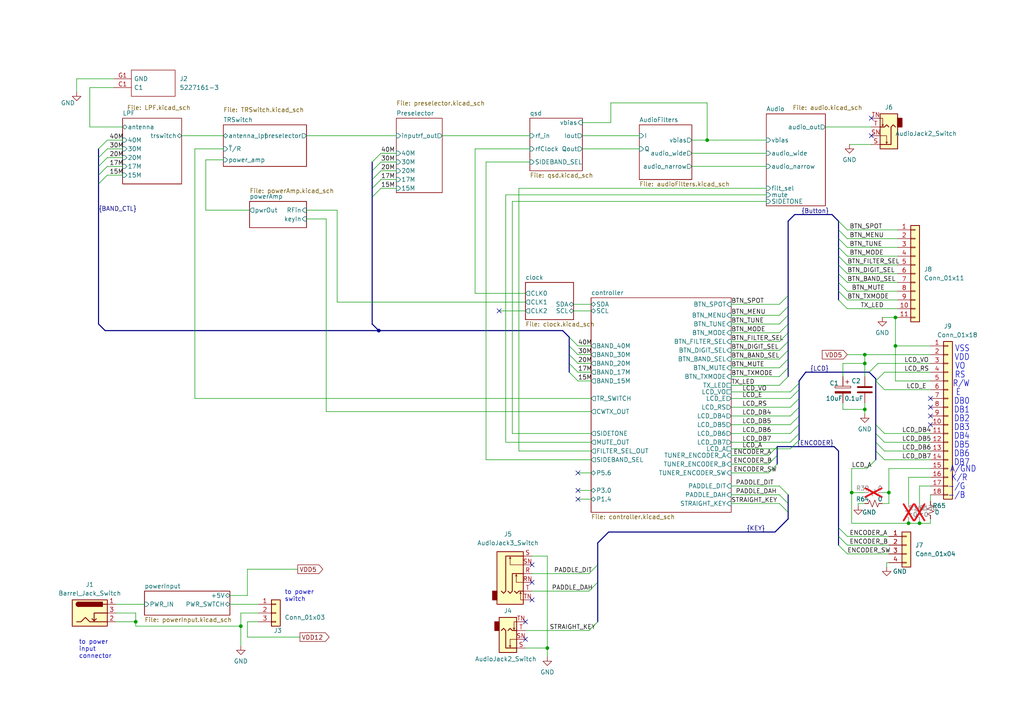
<source format=kicad_sch>
(kicad_sch (version 20230121) (generator eeschema)
  (paper "A4")
  (lib_symbols
    (symbol "Connector:Barrel_Jack_Switch" (pin_names hide)
      (property "Reference" "J" (at 0 5.334 0))
      (property "Value" "Barrel_Jack_Switch" (at 0 -5.08 0))
      (symbol "Barrel_Jack_Switch_0_1"
        (rectangle (start -5.08 3.81) (end 5.08 -3.81) (stroke (width 0.254)) (fill (type background)))
        (arc (start -3.302 3.175) (mid -3.9343 2.54) (end -3.302 1.905) (stroke (width 0.254)))
        (arc (start -3.302 3.175) (mid -3.9343 2.54) (end -3.302 1.905) (stroke (width 0.254)) (fill (type outline)))
        (polyline (pts (xy 1.27 -2.286) (xy 1.905 -1.651)) (stroke (width 0.254)))
        (polyline (pts (xy 5.08 2.54) (xy 3.81 2.54)) (stroke (width 0.254)))
        (polyline (pts (xy 5.08 0) (xy 1.27 0) (xy 1.27 -2.286) (xy 0.635 -1.651)) (stroke (width 0.254)))
        (polyline (pts (xy -3.81 -2.54) (xy -2.54 -2.54) (xy -1.27 -1.27) (xy 0 -2.54) (xy 2.54 -2.54) (xy 5.08 -2.54)) (stroke (width 0.254)))
        (rectangle (start 3.683 3.175) (end -3.302 1.905) (stroke (width 0.254)) (fill (type outline)))
      )
      (symbol "Barrel_Jack_Switch_1_1"
        (pin passive line (at 7.62 2.54 180) (length 2.54) (name "~") (number "1"))
        (pin passive line (at 7.62 -2.54 180) (length 2.54) (name "~") (number "2"))
        (pin passive line (at 7.62 0 180) (length 2.54) (name "~") (number "3"))
      )
    )
    (symbol "Connector_Audio:AudioJack2_Switch"
      (property "Reference" "J" (at 0 11.43 0))
      (property "Value" "AudioJack2_Switch" (at 0 8.89 0))
      (symbol "AudioJack2_Switch_0_1"
        (rectangle (start -2.54 0) (end -3.81 -2.54) (stroke (width 0.254)) (fill (type outline)))
        (rectangle (start 2.54 6.35) (end -2.54 -3.81) (stroke (width 0.254)) (fill (type background)))
      )
      (symbol "AudioJack2_Switch_1_1"
        (polyline (pts (xy 0.635 4.826) (xy 0.889 4.318)))
        (polyline (pts (xy 1.778 -0.254) (xy 2.032 -0.762)))
        (polyline (pts (xy 0 0) (xy 0.635 -0.635) (xy 1.27 0) (xy 2.54 0)) (stroke (width 0.254)))
        (polyline (pts (xy 2.54 -2.54) (xy 1.778 -2.54) (xy 1.778 -0.254) (xy 1.524 -0.762)))
        (polyline (pts (xy 2.54 2.54) (xy 0.635 2.54) (xy 0.635 4.826) (xy 0.381 4.318)))
        (polyline (pts (xy 2.54 5.08) (xy -0.635 5.08) (xy -0.635 0) (xy -1.27 -0.635) (xy -1.905 0)) (stroke (width 0.254)))
        (pin passive line (at 5.08 5.08 180) (length 2.54) (name "~") (number "S"))
        (pin passive line (at 5.08 2.54 180) (length 2.54) (name "~") (number "SN"))
        (pin passive line (at 5.08 0 180) (length 2.54) (name "~") (number "T"))
        (pin passive line (at 5.08 -2.54 180) (length 2.54) (name "~") (number "TN"))
      )
    )
    (symbol "Connector_Audio:AudioJack3_Switch"
      (property "Reference" "J" (at 0 11.43 0))
      (property "Value" "AudioJack3_Switch" (at 0 8.89 0))
      (symbol "AudioJack3_Switch_0_1"
        (rectangle (start -5.08 -5.08) (end -6.35 -7.62) (stroke (width 0.254)) (fill (type outline)))
        (polyline (pts (xy -1.27 4.826) (xy -1.016 4.318)))
        (polyline (pts (xy 0.508 -0.254) (xy 0.762 -0.762)))
        (polyline (pts (xy 1.778 -5.334) (xy 2.032 -5.842)))
        (polyline (pts (xy 0 -5.08) (xy 0.635 -5.715) (xy 1.27 -5.08) (xy 2.54 -5.08)) (stroke (width 0.254)))
        (polyline (pts (xy 2.54 -7.62) (xy 1.778 -7.62) (xy 1.778 -5.334) (xy 1.524 -5.842)))
        (polyline (pts (xy 2.54 -2.54) (xy 0.508 -2.54) (xy 0.508 -0.254) (xy 0.254 -0.762)))
        (polyline (pts (xy 2.54 2.54) (xy -1.27 2.54) (xy -1.27 4.826) (xy -1.524 4.318)))
        (polyline (pts (xy -1.905 -5.08) (xy -1.27 -5.715) (xy -0.635 -5.08) (xy -0.635 0) (xy 2.54 0)) (stroke (width 0.254)))
        (polyline (pts (xy 2.54 5.08) (xy -2.54 5.08) (xy -2.54 -5.08) (xy -3.175 -5.715) (xy -3.81 -5.08)) (stroke (width 0.254)))
        (rectangle (start 2.54 6.35) (end -5.08 -8.89) (stroke (width 0.254)) (fill (type background)))
      )
      (symbol "AudioJack3_Switch_1_1"
        (pin passive line (at 5.08 0 180) (length 2.54) (name "~") (number "R"))
        (pin passive line (at 5.08 -2.54 180) (length 2.54) (name "~") (number "RN"))
        (pin passive line (at 5.08 5.08 180) (length 2.54) (name "~") (number "S"))
        (pin passive line (at 5.08 2.54 180) (length 2.54) (name "~") (number "SN"))
        (pin passive line (at 5.08 -5.08 180) (length 2.54) (name "~") (number "T"))
        (pin passive line (at 5.08 -7.62 180) (length 2.54) (name "~") (number "TN"))
      )
    )
    (symbol "Connector_Generic:Conn_01x03" (pin_names (offset 1.016) hide)
      (property "Reference" "J" (at 0 5.08 0))
      (property "Value" "Conn_01x03" (at 0 -5.08 0))
      (symbol "Conn_01x03_1_1"
        (rectangle (start -1.27 -2.413) (end 0 -2.667) (stroke (width 0.1524)))
        (rectangle (start -1.27 0.127) (end 0 -0.127) (stroke (width 0.1524)))
        (rectangle (start -1.27 2.667) (end 0 2.413) (stroke (width 0.1524)))
        (rectangle (start -1.27 3.81) (end 1.27 -3.81) (stroke (width 0.254)) (fill (type background)))
        (pin passive line (at -5.08 2.54 0) (length 3.81) (name "Pin_1") (number "1"))
        (pin passive line (at -5.08 0 0) (length 3.81) (name "Pin_2") (number "2"))
        (pin passive line (at -5.08 -2.54 0) (length 3.81) (name "Pin_3") (number "3"))
      )
    )
    (symbol "Connector_Generic:Conn_01x04" (pin_names (offset 1.016) hide)
      (property "Reference" "J" (at 0 5.08 0))
      (property "Value" "Conn_01x04" (at 0 -7.62 0))
      (symbol "Conn_01x04_1_1"
        (rectangle (start -1.27 -4.953) (end 0 -5.207) (stroke (width 0.1524)))
        (rectangle (start -1.27 -2.413) (end 0 -2.667) (stroke (width 0.1524)))
        (rectangle (start -1.27 0.127) (end 0 -0.127) (stroke (width 0.1524)))
        (rectangle (start -1.27 2.667) (end 0 2.413) (stroke (width 0.1524)))
        (rectangle (start -1.27 3.81) (end 1.27 -6.35) (stroke (width 0.254)) (fill (type background)))
        (pin passive line (at -5.08 2.54 0) (length 3.81) (name "Pin_1") (number "1"))
        (pin passive line (at -5.08 0 0) (length 3.81) (name "Pin_2") (number "2"))
        (pin passive line (at -5.08 -2.54 0) (length 3.81) (name "Pin_3") (number "3"))
        (pin passive line (at -5.08 -5.08 0) (length 3.81) (name "Pin_4") (number "4"))
      )
    )
    (symbol "Connector_Generic:Conn_01x11" (pin_names (offset 1.016) hide)
      (property "Reference" "J" (at 0 15.24 0))
      (property "Value" "Conn_01x11" (at 0 -15.24 0))
      (symbol "Conn_01x11_1_1"
        (rectangle (start -1.27 -12.573) (end 0 -12.827) (stroke (width 0.1524)))
        (rectangle (start -1.27 -10.033) (end 0 -10.287) (stroke (width 0.1524)))
        (rectangle (start -1.27 -7.493) (end 0 -7.747) (stroke (width 0.1524)))
        (rectangle (start -1.27 -4.953) (end 0 -5.207) (stroke (width 0.1524)))
        (rectangle (start -1.27 -2.413) (end 0 -2.667) (stroke (width 0.1524)))
        (rectangle (start -1.27 0.127) (end 0 -0.127) (stroke (width 0.1524)))
        (rectangle (start -1.27 2.667) (end 0 2.413) (stroke (width 0.1524)))
        (rectangle (start -1.27 5.207) (end 0 4.953) (stroke (width 0.1524)))
        (rectangle (start -1.27 7.747) (end 0 7.493) (stroke (width 0.1524)))
        (rectangle (start -1.27 10.287) (end 0 10.033) (stroke (width 0.1524)))
        (rectangle (start -1.27 12.827) (end 0 12.573) (stroke (width 0.1524)))
        (rectangle (start -1.27 13.97) (end 1.27 -13.97) (stroke (width 0.254)) (fill (type background)))
        (pin passive line (at -5.08 12.7 0) (length 3.81) (name "Pin_1") (number "1"))
        (pin passive line (at -5.08 -10.16 0) (length 3.81) (name "Pin_10") (number "10"))
        (pin passive line (at -5.08 -12.7 0) (length 3.81) (name "Pin_11") (number "11"))
        (pin passive line (at -5.08 10.16 0) (length 3.81) (name "Pin_2") (number "2"))
        (pin passive line (at -5.08 7.62 0) (length 3.81) (name "Pin_3") (number "3"))
        (pin passive line (at -5.08 5.08 0) (length 3.81) (name "Pin_4") (number "4"))
        (pin passive line (at -5.08 2.54 0) (length 3.81) (name "Pin_5") (number "5"))
        (pin passive line (at -5.08 0 0) (length 3.81) (name "Pin_6") (number "6"))
        (pin passive line (at -5.08 -2.54 0) (length 3.81) (name "Pin_7") (number "7"))
        (pin passive line (at -5.08 -5.08 0) (length 3.81) (name "Pin_8") (number "8"))
        (pin passive line (at -5.08 -7.62 0) (length 3.81) (name "Pin_9") (number "9"))
      )
    )
    (symbol "Connector_Generic:Conn_01x18" (pin_names (offset 1.016) hide)
      (property "Reference" "J" (at 0 22.86 0))
      (property "Value" "Conn_01x18" (at 0 -25.4 0))
      (symbol "Conn_01x18_1_1"
        (rectangle (start -1.27 -22.733) (end 0 -22.987) (stroke (width 0.1524)))
        (rectangle (start -1.27 -20.193) (end 0 -20.447) (stroke (width 0.1524)))
        (rectangle (start -1.27 -17.653) (end 0 -17.907) (stroke (width 0.1524)))
        (rectangle (start -1.27 -15.113) (end 0 -15.367) (stroke (width 0.1524)))
        (rectangle (start -1.27 -12.573) (end 0 -12.827) (stroke (width 0.1524)))
        (rectangle (start -1.27 -10.033) (end 0 -10.287) (stroke (width 0.1524)))
        (rectangle (start -1.27 -7.493) (end 0 -7.747) (stroke (width 0.1524)))
        (rectangle (start -1.27 -4.953) (end 0 -5.207) (stroke (width 0.1524)))
        (rectangle (start -1.27 -2.413) (end 0 -2.667) (stroke (width 0.1524)))
        (rectangle (start -1.27 0.127) (end 0 -0.127) (stroke (width 0.1524)))
        (rectangle (start -1.27 2.667) (end 0 2.413) (stroke (width 0.1524)))
        (rectangle (start -1.27 5.207) (end 0 4.953) (stroke (width 0.1524)))
        (rectangle (start -1.27 7.747) (end 0 7.493) (stroke (width 0.1524)))
        (rectangle (start -1.27 10.287) (end 0 10.033) (stroke (width 0.1524)))
        (rectangle (start -1.27 12.827) (end 0 12.573) (stroke (width 0.1524)))
        (rectangle (start -1.27 15.367) (end 0 15.113) (stroke (width 0.1524)))
        (rectangle (start -1.27 17.907) (end 0 17.653) (stroke (width 0.1524)))
        (rectangle (start -1.27 20.447) (end 0 20.193) (stroke (width 0.1524)))
        (rectangle (start -1.27 21.59) (end 1.27 -24.13) (stroke (width 0.254)) (fill (type background)))
        (pin passive line (at -5.08 20.32 0) (length 3.81) (name "Pin_1") (number "1"))
        (pin passive line (at -5.08 -2.54 0) (length 3.81) (name "Pin_10") (number "10"))
        (pin passive line (at -5.08 -5.08 0) (length 3.81) (name "Pin_11") (number "11"))
        (pin passive line (at -5.08 -7.62 0) (length 3.81) (name "Pin_12") (number "12"))
        (pin passive line (at -5.08 -10.16 0) (length 3.81) (name "Pin_13") (number "13"))
        (pin passive line (at -5.08 -12.7 0) (length 3.81) (name "Pin_14") (number "14"))
        (pin passive line (at -5.08 -15.24 0) (length 3.81) (name "Pin_15") (number "15"))
        (pin passive line (at -5.08 -17.78 0) (length 3.81) (name "Pin_16") (number "16"))
        (pin passive line (at -5.08 -20.32 0) (length 3.81) (name "Pin_17") (number "17"))
        (pin passive line (at -5.08 -22.86 0) (length 3.81) (name "Pin_18") (number "18"))
        (pin passive line (at -5.08 17.78 0) (length 3.81) (name "Pin_2") (number "2"))
        (pin passive line (at -5.08 15.24 0) (length 3.81) (name "Pin_3") (number "3"))
        (pin passive line (at -5.08 12.7 0) (length 3.81) (name "Pin_4") (number "4"))
        (pin passive line (at -5.08 10.16 0) (length 3.81) (name "Pin_5") (number "5"))
        (pin passive line (at -5.08 7.62 0) (length 3.81) (name "Pin_6") (number "6"))
        (pin passive line (at -5.08 5.08 0) (length 3.81) (name "Pin_7") (number "7"))
        (pin passive line (at -5.08 2.54 0) (length 3.81) (name "Pin_8") (number "8"))
        (pin passive line (at -5.08 0 0) (length 3.81) (name "Pin_9") (number "9"))
      )
    )
    (symbol "Device:C" (pin_numbers hide) (pin_names (offset 0.254))
      (property "Reference" "C" (at 0.635 2.54 0))
      (property "Value" "C" (at 0.635 -2.54 0))
      (symbol "C_0_1"
        (polyline (pts (xy -2.032 -0.762) (xy 2.032 -0.762)) (stroke (width 0.508)))
        (polyline (pts (xy -2.032 0.762) (xy 2.032 0.762)) (stroke (width 0.508)))
      )
      (symbol "C_1_1"
        (pin passive line (at 0 3.81 270) (length 2.794) (name "~") (number "1"))
        (pin passive line (at 0 -3.81 90) (length 2.794) (name "~") (number "2"))
      )
    )
    (symbol "Device:C_Polarized" (pin_numbers hide) (pin_names (offset 0.254))
      (property "Reference" "C" (at 0.635 2.54 0))
      (property "Value" "C_Polarized" (at 0.635 -2.54 0))
      (symbol "C_Polarized_0_1"
        (rectangle (start -2.286 0.508) (end 2.286 1.016))
        (polyline (pts (xy -1.778 2.286) (xy -0.762 2.286)))
        (polyline (pts (xy -1.27 2.794) (xy -1.27 1.778)))
        (rectangle (start 2.286 -0.508) (end -2.286 -1.016) (fill (type outline)))
      )
      (symbol "C_Polarized_1_1"
        (pin passive line (at 0 3.81 270) (length 2.794) (name "~") (number "1"))
        (pin passive line (at 0 -3.81 90) (length 2.794) (name "~") (number "2"))
      )
    )
    (symbol "Device:R_Small_US" (pin_numbers hide) (pin_names (offset 0.254) hide)
      (property "Reference" "R" (at 0.762 0.508 0))
      (property "Value" "R_Small_US" (at 0.762 -1.016 0))
      (symbol "R_Small_US_1_1"
        (polyline (pts (xy 0 0) (xy 1.016 -0.381) (xy 0 -0.762) (xy -1.016 -1.143) (xy 0 -1.524)))
        (polyline (pts (xy 0 1.524) (xy 1.016 1.143) (xy 0 0.762) (xy -1.016 0.381) (xy 0 0)))
        (pin passive line (at 0 2.54 270) (length 1.016) (name "~") (number "1"))
        (pin passive line (at 0 -2.54 90) (length 1.016) (name "~") (number "2"))
      )
    )
    (symbol "SamacSys_Parts:5227161-3" (pin_names (offset 0.762))
      (property "Reference" "J" (at 19.05 7.62 0))
      (property "Value" "5227161-3" (at 19.05 5.08 0))
      (symbol "5227161-3_0_0"
        (pin passive line (at 0 -2.54 0) (length 5.08) (name "C1") (number "C1"))
        (pin passive line (at 0 0 0) (length 5.08) (name "GND") (number "G1"))
      )
      (symbol "5227161-3_0_1"
        (polyline (pts (xy 5.08 2.54) (xy 17.78 2.54) (xy 17.78 -5.08) (xy 5.08 -5.08) (xy 5.08 2.54)) (stroke (width 0.1524)))
      )
    )
    (symbol "power:GND" (power) (pin_names (offset 0))
      (property "Value" "GND" (at 0 -3.81 0))
      (symbol "GND_0_1"
        (polyline (pts (xy 0 0) (xy 0 -1.27) (xy 1.27 -1.27) (xy 0 -2.54) (xy -1.27 -1.27) (xy 0 -1.27)))
      )
      (symbol "GND_1_1"
        (pin power_in line (at 0 0 270) (length 0) hide (name "GND") (number "1"))
      )
    )
  )
  (bus_alias "BAND_CTL" (members "40M" "30M" "20M" "17M" "15M"))
  (bus_alias "Button" (members "BTN_SPOT" "BTN_MENU" "BTN_TUNE" "BTN_MODE" "BTN_FILTER_SEL" "BTN_DIGIT_SEL" "BTN_BAND_SEL" "BTN_MUTE" "BTN_TXMODE" "TX_LED"))
  (bus_alias "ENCODER" (members "ENCODER_A" "ENCODER_B" "ENCODER_SW"))
  (bus_alias "KEY" (members "PADDLE_DIT" "PADDLE_DAH" "STRAIGHT_KEY"))
  (bus_alias "LCD" (members "LCD_E" "LCD_RS" "LCD_DB4" "LCD_DB5" "LCD_DB6" "LCD_DB7" "LCD_A" "LCD_VO"))
  (junction (at 257.81 142.875))
  (junction (at 250.825 102.87))
  (junction (at 263.525 151.765))
  (junction (at 158.75 187.96))
  (junction (at 39.37 180.34))
  (junction (at 247.015 142.875))
  (junction (at 259.715 92.075))
  (junction (at 205.105 40.64))
  (junction (at 69.85 181.61))
  (junction (at 250.825 118.745))
  (junction (at 266.7 151.765))
  (junction (at 259.715 100.33))
  (junction (at 109.855 95.885))
  (junction (at 250.825 105.41))
  (no_connect (at 167.64 137.16))
  (no_connect (at 167.64 142.24))
  (no_connect (at 152.4 180.34))
  (no_connect (at 152.4 185.42))
  (no_connect (at 252.73 39.37))
  (no_connect (at 269.875 115.57))
  (no_connect (at 269.875 123.19))
  (no_connect (at 154.305 163.83))
  (no_connect (at 269.875 120.65))
  (no_connect (at 144.78 90.17))
  (no_connect (at 154.305 168.91))
  (no_connect (at 167.64 144.78))
  (no_connect (at 252.73 34.29))
  (no_connect (at 269.875 118.11))
  (no_connect (at 154.305 173.99))
  (bus_entry (at 243.205 153.035) (size 2.54 2.54))
  (bus_entry (at 243.205 64.135) (size 2.54 2.54))
  (bus_entry (at 173.355 180.34) (size -2.54 2.54))
  (bus_entry (at 243.205 81.915) (size 2.54 2.54))
  (bus_entry (at 107.95 54.61) (size 2.54 -2.54))
  (bus_entry (at 231.775 120.65) (size -2.54 2.54))
  (bus_entry (at 28.575 48.26) (size 2.54 -2.54))
  (bus_entry (at 231.775 115.57) (size -2.54 2.54))
  (bus_entry (at 231.775 118.11) (size -2.54 2.54))
  (bus_entry (at 107.95 52.07) (size 2.54 -2.54))
  (bus_entry (at 243.205 158.115) (size 2.54 2.54))
  (bus_entry (at 231.775 125.73) (size -2.54 2.54))
  (bus_entry (at 254 133.35) (size -2.54 2.54))
  (bus_entry (at 254 128.27) (size 2.54 2.54))
  (bus_entry (at 107.95 49.53) (size 2.54 -2.54))
  (bus_entry (at 243.205 66.675) (size 2.54 2.54))
  (bus_entry (at 173.355 163.83) (size -2.54 2.54))
  (bus_entry (at 165.1 100.33) (size 2.54 2.54))
  (bus_entry (at 254 125.73) (size 2.54 2.54))
  (bus_entry (at 228.6 101.6) (size -2.54 2.54))
  (bus_entry (at 254 110.49) (size 2.54 2.54))
  (bus_entry (at 107.95 57.15) (size 2.54 -2.54))
  (bus_entry (at 228.6 85.725) (size -2.54 2.54))
  (bus_entry (at 243.205 84.455) (size 2.54 2.54))
  (bus_entry (at 107.95 46.99) (size 2.54 -2.54))
  (bus_entry (at 231.775 123.19) (size -2.54 2.54))
  (bus_entry (at 243.205 76.835) (size 2.54 2.54))
  (bus_entry (at 252.095 107.95) (size 2.54 -2.54))
  (bus_entry (at 228.6 93.98) (size -2.54 2.54))
  (bus_entry (at 243.205 79.375) (size 2.54 2.54))
  (bus_entry (at 225.425 134.62) (size -2.54 2.54))
  (bus_entry (at 173.355 168.91) (size -2.54 2.54))
  (bus_entry (at 254 123.19) (size 2.54 2.54))
  (bus_entry (at 228.6 106.68) (size -2.54 2.54))
  (bus_entry (at 28.575 50.8) (size 2.54 -2.54))
  (bus_entry (at 254 110.49) (size 2.54 -2.54))
  (bus_entry (at 225.425 132.08) (size -2.54 2.54))
  (bus_entry (at 228.6 109.22) (size -2.54 2.54))
  (bus_entry (at 243.205 71.755) (size 2.54 2.54))
  (bus_entry (at 228.6 148.59) (size -2.54 -2.54))
  (bus_entry (at 228.6 143.51) (size -2.54 -2.54))
  (bus_entry (at 231.775 111.125) (size -2.54 2.54))
  (bus_entry (at 228.6 99.06) (size -2.54 2.54))
  (bus_entry (at 243.205 74.295) (size 2.54 2.54))
  (bus_entry (at 228.6 146.05) (size -2.54 -2.54))
  (bus_entry (at 165.1 105.41) (size 2.54 2.54))
  (bus_entry (at 254 130.81) (size 2.54 2.54))
  (bus_entry (at 165.1 107.95) (size 2.54 2.54))
  (bus_entry (at 165.1 102.87) (size 2.54 2.54))
  (bus_entry (at 225.425 129.54) (size -2.54 2.54))
  (bus_entry (at 231.775 113.03) (size -2.54 2.54))
  (bus_entry (at 243.205 69.215) (size 2.54 2.54))
  (bus_entry (at 28.575 53.34) (size 2.54 -2.54))
  (bus_entry (at 28.575 43.18) (size 2.54 -2.54))
  (bus_entry (at 243.205 155.575) (size 2.54 2.54))
  (bus_entry (at 231.775 127.635) (size -2.54 2.54))
  (bus_entry (at 228.6 91.44) (size -2.54 2.54))
  (bus_entry (at 228.6 104.14) (size -2.54 2.54))
  (bus_entry (at 243.205 86.995) (size 2.54 2.54))
  (bus_entry (at 165.1 97.79) (size 2.54 2.54))
  (bus_entry (at 228.6 88.9) (size -2.54 2.54))
  (bus_entry (at 28.575 45.72) (size 2.54 -2.54))
  (bus_entry (at 228.6 96.52) (size -2.54 2.54))
  (bus (pts (xy 165.1 97.79) (xy 163.195 95.885)))
  (bus (pts (xy 243.205 81.915) (xy 243.205 84.455)))
  (wire (pts (xy 247.015 142.875) (xy 250.825 142.875)))
  (wire (pts (xy 168.91 43.18) (xy 185.42 43.18)))
  (bus (pts (xy 176.53 154.305) (xy 173.355 157.48)))
  (wire (pts (xy 250.825 102.87) (xy 250.825 105.41)))
  (wire (pts (xy 158.75 161.29) (xy 158.75 187.96)))
  (bus (pts (xy 231.775 118.11) (xy 231.775 120.65)))
  (wire (pts (xy 69.85 181.61) (xy 69.85 187.325)))
  (bus (pts (xy 231.775 123.19) (xy 231.775 125.73)))
  (wire (pts (xy 247.015 142.875) (xy 247.015 151.765)))
  (wire (pts (xy 33.02 22.86) (xy 22.225 22.86)))
  (wire (pts (xy 226.06 106.68) (xy 212.09 106.68)))
  (bus (pts (xy 228.6 143.51) (xy 228.6 146.05)))
  (wire (pts (xy 166.37 90.17) (xy 171.45 90.17)))
  (wire (pts (xy 33.02 25.4) (xy 26.035 25.4)))
  (bus (pts (xy 228.6 88.9) (xy 228.6 85.725)))
  (wire (pts (xy 226.06 111.76) (xy 212.09 111.76)))
  (wire (pts (xy 171.45 133.35) (xy 140.97 133.35)))
  (wire (pts (xy 250.825 105.41) (xy 250.825 109.22)))
  (wire (pts (xy 269.875 143.51) (xy 269.875 145.415)))
  (bus (pts (xy 254 110.49) (xy 254 109.855)))
  (wire (pts (xy 226.06 140.97) (xy 212.09 140.97)))
  (wire (pts (xy 263.525 151.13) (xy 263.525 151.765)))
  (wire (pts (xy 171.45 128.27) (xy 146.685 128.27)))
  (wire (pts (xy 212.09 123.19) (xy 229.235 123.19)))
  (wire (pts (xy 110.49 46.99) (xy 114.935 46.99)))
  (bus (pts (xy 228.6 150.495) (xy 224.79 154.305)))
  (wire (pts (xy 251.46 135.89) (xy 247.015 135.89)))
  (wire (pts (xy 150.495 130.81) (xy 150.495 54.61)))
  (wire (pts (xy 245.745 66.675) (xy 260.35 66.675)))
  (wire (pts (xy 247.015 151.765) (xy 263.525 151.765)))
  (wire (pts (xy 71.755 184.785) (xy 86.995 184.785)))
  (wire (pts (xy 205.105 29.845) (xy 205.105 40.64)))
  (wire (pts (xy 263.525 151.765) (xy 266.7 151.765)))
  (bus (pts (xy 231.775 110.49) (xy 233.68 107.95)))
  (wire (pts (xy 244.475 109.22) (xy 244.475 105.41)))
  (wire (pts (xy 257.81 135.89) (xy 257.81 142.875)))
  (wire (pts (xy 245.745 79.375) (xy 260.35 79.375)))
  (wire (pts (xy 245.745 86.995) (xy 260.35 86.995)))
  (wire (pts (xy 256.54 125.73) (xy 269.875 125.73)))
  (wire (pts (xy 31.115 45.72) (xy 35.56 45.72)))
  (wire (pts (xy 256.54 133.35) (xy 269.875 133.35)))
  (bus (pts (xy 228.6 93.98) (xy 228.6 91.44)))
  (wire (pts (xy 66.675 175.26) (xy 74.93 175.26)))
  (bus (pts (xy 165.1 100.33) (xy 165.1 102.87)))
  (wire (pts (xy 200.66 48.26) (xy 222.25 48.26)))
  (wire (pts (xy 171.45 119.38) (xy 94.615 119.38)))
  (wire (pts (xy 263.525 138.43) (xy 269.875 138.43)))
  (bus (pts (xy 243.205 64.135) (xy 243.205 66.675)))
  (wire (pts (xy 171.45 130.81) (xy 150.495 130.81)))
  (wire (pts (xy 146.685 56.515) (xy 222.25 56.515)))
  (wire (pts (xy 167.64 110.49) (xy 171.45 110.49)))
  (wire (pts (xy 33.655 175.26) (xy 41.91 175.26)))
  (wire (pts (xy 167.64 107.95) (xy 171.45 107.95)))
  (wire (pts (xy 245.745 89.535) (xy 260.35 89.535)))
  (wire (pts (xy 152.4 87.63) (xy 97.79 87.63)))
  (bus (pts (xy 254 125.73) (xy 254 128.27)))
  (wire (pts (xy 177.165 35.56) (xy 177.165 29.845)))
  (wire (pts (xy 39.37 177.8) (xy 39.37 180.34)))
  (bus (pts (xy 165.1 102.87) (xy 165.1 105.41)))
  (wire (pts (xy 167.64 142.24) (xy 171.45 142.24)))
  (wire (pts (xy 110.49 49.53) (xy 114.935 49.53)))
  (wire (pts (xy 200.66 44.45) (xy 222.25 44.45)))
  (wire (pts (xy 250.825 102.87) (xy 269.875 102.87)))
  (wire (pts (xy 97.79 60.96) (xy 88.9 60.96)))
  (wire (pts (xy 171.45 144.78) (xy 167.64 144.78)))
  (wire (pts (xy 110.49 52.07) (xy 114.935 52.07)))
  (wire (pts (xy 171.45 125.73) (xy 148.59 125.73)))
  (wire (pts (xy 140.97 46.99) (xy 153.67 46.99)))
  (wire (pts (xy 33.655 177.8) (xy 39.37 177.8)))
  (wire (pts (xy 259.715 110.49) (xy 269.875 110.49)))
  (wire (pts (xy 26.035 25.4) (xy 26.035 36.83)))
  (wire (pts (xy 244.475 118.745) (xy 250.825 118.745)))
  (bus (pts (xy 28.575 50.8) (xy 28.575 53.34)))
  (bus (pts (xy 107.95 49.53) (xy 107.95 52.07)))
  (bus (pts (xy 243.205 71.755) (xy 243.205 74.295)))
  (bus (pts (xy 243.205 84.455) (xy 243.205 86.995)))
  (wire (pts (xy 146.685 128.27) (xy 146.685 56.515)))
  (wire (pts (xy 266.7 151.13) (xy 266.7 151.765)))
  (wire (pts (xy 71.755 180.34) (xy 71.755 184.785)))
  (wire (pts (xy 254.635 105.41) (xy 269.875 105.41)))
  (wire (pts (xy 150.495 54.61) (xy 222.25 54.61)))
  (wire (pts (xy 269.875 100.33) (xy 259.715 100.33)))
  (wire (pts (xy 259.715 92.075) (xy 260.35 92.075)))
  (wire (pts (xy 245.745 102.87) (xy 250.825 102.87)))
  (bus (pts (xy 225.425 129.54) (xy 225.425 132.08)))
  (bus (pts (xy 228.6 101.6) (xy 228.6 99.06)))
  (wire (pts (xy 248.92 146.05) (xy 250.825 146.05)))
  (wire (pts (xy 167.64 102.87) (xy 171.45 102.87)))
  (wire (pts (xy 212.09 134.62) (xy 222.885 134.62)))
  (bus (pts (xy 230.505 62.23) (xy 241.3 62.23)))
  (wire (pts (xy 212.09 137.16) (xy 222.885 137.16)))
  (wire (pts (xy 31.115 43.18) (xy 35.56 43.18)))
  (wire (pts (xy 152.4 85.09) (xy 137.795 85.09)))
  (wire (pts (xy 74.93 180.34) (xy 71.755 180.34)))
  (bus (pts (xy 231.775 125.73) (xy 231.775 127.635)))
  (bus (pts (xy 243.205 76.835) (xy 243.205 79.375)))
  (wire (pts (xy 59.69 46.355) (xy 64.77 46.355)))
  (bus (pts (xy 228.6 91.44) (xy 228.6 88.9)))
  (bus (pts (xy 107.95 52.07) (xy 107.95 54.61)))
  (wire (pts (xy 266.7 146.05) (xy 266.7 140.97)))
  (wire (pts (xy 52.705 39.37) (xy 64.77 39.37)))
  (wire (pts (xy 256.54 113.03) (xy 269.875 113.03)))
  (wire (pts (xy 256.54 128.27) (xy 269.875 128.27)))
  (wire (pts (xy 245.745 158.115) (xy 257.81 158.115)))
  (wire (pts (xy 154.305 171.45) (xy 170.815 171.45)))
  (wire (pts (xy 26.035 36.83) (xy 35.56 36.83)))
  (wire (pts (xy 31.115 40.64) (xy 35.56 40.64)))
  (wire (pts (xy 248.92 146.685) (xy 248.92 146.05)))
  (wire (pts (xy 229.235 130.175) (xy 212.09 130.175)))
  (wire (pts (xy 137.795 43.18) (xy 153.67 43.18)))
  (wire (pts (xy 257.81 163.195) (xy 257.175 163.195)))
  (wire (pts (xy 152.4 182.88) (xy 170.815 182.88)))
  (wire (pts (xy 245.745 84.455) (xy 260.35 84.455)))
  (bus (pts (xy 30.48 95.885) (xy 28.575 93.98)))
  (wire (pts (xy 212.09 128.27) (xy 229.235 128.27)))
  (wire (pts (xy 39.37 181.61) (xy 69.85 181.61)))
  (bus (pts (xy 243.205 74.295) (xy 243.205 76.835)))
  (wire (pts (xy 266.7 140.97) (xy 269.875 140.97)))
  (bus (pts (xy 225.425 129.54) (xy 241.935 129.54)))
  (bus (pts (xy 254 128.27) (xy 254 130.81)))
  (wire (pts (xy 257.81 146.05) (xy 257.81 142.875)))
  (wire (pts (xy 246.38 41.91) (xy 252.73 41.91)))
  (wire (pts (xy 259.715 100.33) (xy 259.715 92.075)))
  (bus (pts (xy 228.6 148.59) (xy 228.6 150.495)))
  (bus (pts (xy 165.1 97.79) (xy 165.1 100.33)))
  (wire (pts (xy 128.27 39.37) (xy 153.67 39.37)))
  (bus (pts (xy 228.6 64.135) (xy 228.6 85.725)))
  (wire (pts (xy 168.91 39.37) (xy 185.42 39.37)))
  (wire (pts (xy 137.795 85.09) (xy 137.795 43.18)))
  (wire (pts (xy 71.755 172.72) (xy 71.755 165.1)))
  (bus (pts (xy 230.505 62.23) (xy 228.6 64.135)))
  (wire (pts (xy 269.875 135.89) (xy 257.81 135.89)))
  (wire (pts (xy 226.06 88.265) (xy 212.09 88.265)))
  (wire (pts (xy 244.475 116.84) (xy 244.475 118.745)))
  (bus (pts (xy 28.575 53.34) (xy 28.575 93.98)))
  (bus (pts (xy 228.6 104.14) (xy 228.6 101.6)))
  (wire (pts (xy 72.39 60.96) (xy 59.69 60.96)))
  (wire (pts (xy 154.305 166.37) (xy 170.815 166.37)))
  (wire (pts (xy 212.09 132.08) (xy 222.885 132.08)))
  (bus (pts (xy 173.355 168.91) (xy 173.355 180.34)))
  (wire (pts (xy 255.905 146.05) (xy 257.81 146.05)))
  (wire (pts (xy 148.59 125.73) (xy 148.59 58.42)))
  (bus (pts (xy 241.3 62.23) (xy 243.205 64.135)))
  (bus (pts (xy 228.6 109.22) (xy 228.6 106.68)))
  (wire (pts (xy 166.37 88.265) (xy 171.45 88.265)))
  (wire (pts (xy 226.06 146.05) (xy 212.09 146.05)))
  (wire (pts (xy 226.06 91.44) (xy 212.09 91.44)))
  (wire (pts (xy 245.745 74.295) (xy 260.35 74.295)))
  (wire (pts (xy 212.09 120.65) (xy 229.235 120.65)))
  (wire (pts (xy 263.525 146.05) (xy 263.525 138.43)))
  (wire (pts (xy 140.97 133.35) (xy 140.97 46.99)))
  (wire (pts (xy 200.66 40.64) (xy 205.105 40.64)))
  (bus (pts (xy 173.355 157.48) (xy 173.355 163.83)))
  (bus (pts (xy 243.205 66.675) (xy 243.205 69.215)))
  (wire (pts (xy 205.105 40.64) (xy 222.25 40.64)))
  (wire (pts (xy 245.745 81.915) (xy 260.35 81.915)))
  (wire (pts (xy 212.09 125.73) (xy 229.235 125.73)))
  (bus (pts (xy 231.775 120.65) (xy 231.775 123.19)))
  (wire (pts (xy 226.06 109.22) (xy 212.09 109.22)))
  (bus (pts (xy 243.205 158.115) (xy 243.205 155.575)))
  (bus (pts (xy 228.6 99.06) (xy 228.6 96.52)))
  (wire (pts (xy 244.475 105.41) (xy 250.825 105.41)))
  (wire (pts (xy 226.06 99.06) (xy 212.09 99.06)))
  (bus (pts (xy 254 109.855) (xy 252.095 107.95)))
  (bus (pts (xy 107.95 57.15) (xy 107.95 93.98)))
  (wire (pts (xy 144.78 90.17) (xy 152.4 90.17)))
  (wire (pts (xy 152.4 187.96) (xy 158.75 187.96)))
  (wire (pts (xy 31.115 50.8) (xy 35.56 50.8)))
  (wire (pts (xy 33.655 180.34) (xy 39.37 180.34)))
  (wire (pts (xy 158.75 187.96) (xy 158.75 190.5)))
  (bus (pts (xy 233.68 107.95) (xy 252.095 107.95)))
  (wire (pts (xy 167.64 105.41) (xy 171.45 105.41)))
  (bus (pts (xy 28.575 45.72) (xy 28.575 48.26)))
  (wire (pts (xy 110.49 44.45) (xy 114.935 44.45)))
  (wire (pts (xy 212.09 143.51) (xy 226.06 143.51)))
  (bus (pts (xy 231.775 115.57) (xy 231.775 118.11)))
  (bus (pts (xy 163.195 95.885) (xy 109.855 95.885)))
  (bus (pts (xy 231.775 111.125) (xy 231.775 113.03)))
  (bus (pts (xy 224.79 154.305) (xy 176.53 154.305)))
  (wire (pts (xy 212.09 101.6) (xy 226.06 101.6)))
  (wire (pts (xy 255.905 92.075) (xy 259.715 92.075)))
  (bus (pts (xy 28.575 43.18) (xy 28.575 45.72)))
  (wire (pts (xy 226.06 96.52) (xy 212.09 96.52)))
  (wire (pts (xy 212.09 113.665) (xy 229.235 113.665)))
  (wire (pts (xy 250.825 116.84) (xy 250.825 118.745)))
  (bus (pts (xy 173.355 163.83) (xy 173.355 168.91)))
  (wire (pts (xy 66.675 172.72) (xy 71.755 172.72)))
  (wire (pts (xy 250.825 118.745) (xy 250.825 120.015)))
  (wire (pts (xy 71.755 165.1) (xy 86.36 165.1)))
  (wire (pts (xy 110.49 54.61) (xy 114.935 54.61)))
  (wire (pts (xy 239.395 36.83) (xy 252.73 36.83)))
  (wire (pts (xy 167.64 137.16) (xy 171.45 137.16)))
  (wire (pts (xy 88.9 39.37) (xy 114.935 39.37)))
  (wire (pts (xy 245.745 76.835) (xy 260.35 76.835)))
  (wire (pts (xy 212.09 93.98) (xy 226.06 93.98)))
  (wire (pts (xy 266.7 151.765) (xy 269.875 151.765)))
  (bus (pts (xy 243.205 153.035) (xy 243.205 130.81)))
  (wire (pts (xy 56.515 115.57) (xy 56.515 43.18)))
  (bus (pts (xy 243.205 69.215) (xy 243.205 71.755)))
  (wire (pts (xy 245.745 160.655) (xy 257.81 160.655)))
  (bus (pts (xy 107.95 46.99) (xy 107.95 49.53)))
  (wire (pts (xy 39.37 180.34) (xy 39.37 181.61)))
  (wire (pts (xy 269.875 150.495) (xy 269.875 151.765)))
  (wire (pts (xy 245.745 69.215) (xy 260.35 69.215)))
  (wire (pts (xy 256.54 130.81) (xy 269.875 130.81)))
  (wire (pts (xy 245.745 155.575) (xy 257.81 155.575)))
  (bus (pts (xy 107.95 54.61) (xy 107.95 57.15)))
  (wire (pts (xy 212.09 115.57) (xy 229.235 115.57)))
  (bus (pts (xy 228.6 106.68) (xy 228.6 104.14)))
  (bus (pts (xy 165.1 105.41) (xy 165.1 107.95)))
  (wire (pts (xy 255.905 142.875) (xy 257.81 142.875)))
  (bus (pts (xy 228.6 96.52) (xy 228.6 93.98)))
  (wire (pts (xy 94.615 119.38) (xy 94.615 63.5)))
  (wire (pts (xy 74.93 177.8) (xy 69.85 177.8)))
  (wire (pts (xy 226.06 104.14) (xy 212.09 104.14)))
  (bus (pts (xy 254 123.19) (xy 254 125.73)))
  (wire (pts (xy 22.225 22.86) (xy 22.225 26.67)))
  (bus (pts (xy 28.575 48.26) (xy 28.575 50.8)))
  (wire (pts (xy 148.59 58.42) (xy 222.25 58.42)))
  (bus (pts (xy 254 110.49) (xy 254 123.19)))
  (bus (pts (xy 109.855 95.885) (xy 107.95 93.98)))
  (wire (pts (xy 245.745 71.755) (xy 260.35 71.755)))
  (wire (pts (xy 94.615 63.5) (xy 88.9 63.5)))
  (bus (pts (xy 30.48 95.885) (xy 109.855 95.885)))
  (bus (pts (xy 243.205 79.375) (xy 243.205 81.915)))
  (wire (pts (xy 167.64 100.33) (xy 171.45 100.33)))
  (bus (pts (xy 243.205 155.575) (xy 243.205 153.035)))
  (bus (pts (xy 231.775 110.49) (xy 231.775 111.125)))
  (wire (pts (xy 56.515 43.18) (xy 64.77 43.18)))
  (wire (pts (xy 259.715 100.33) (xy 259.715 110.49)))
  (bus (pts (xy 243.205 130.81) (xy 241.935 129.54)))
  (wire (pts (xy 171.45 115.57) (xy 56.515 115.57)))
  (wire (pts (xy 59.69 60.96) (xy 59.69 46.355)))
  (wire (pts (xy 69.85 177.8) (xy 69.85 181.61)))
  (bus (pts (xy 228.6 146.05) (xy 228.6 148.59)))
  (wire (pts (xy 168.91 35.56) (xy 177.165 35.56)))
  (wire (pts (xy 247.015 135.89) (xy 247.015 142.875)))
  (wire (pts (xy 256.54 107.95) (xy 269.875 107.95)))
  (bus (pts (xy 231.775 113.03) (xy 231.775 115.57)))
  (bus (pts (xy 254 130.81) (xy 254 133.35)))
  (wire (pts (xy 257.175 163.195) (xy 257.175 164.465)))
  (wire (pts (xy 31.115 48.26) (xy 35.56 48.26)))
  (wire (pts (xy 97.79 87.63) (xy 97.79 60.96)))
  (wire (pts (xy 212.09 118.11) (xy 229.235 118.11)))
  (bus (pts (xy 225.425 132.08) (xy 225.425 134.62)))
  (wire (pts (xy 154.305 161.29) (xy 158.75 161.29)))
  (wire (pts (xy 177.165 29.845) (xy 205.105 29.845)))
  (text "DB4" (at 281.305 127.635 0) (effects (font (size 1.778 1.5113)) (justify right bottom)))
  (text "DB5" (at 281.305 130.175 0) (effects (font (size 1.778 1.5113)) (justify right bottom)))
  (text "DB1" (at 281.305 120.015 0) (effects (font (size 1.778 1.5113)) (justify right bottom)))
  (text "DB0" (at 281.305 117.475 0) (effects (font (size 1.778 1.5113)) (justify right bottom)))
  (text "RS" (at 280.035 109.855 0) (effects (font (size 1.778 1.5113)) (justify right bottom)))
  (text "DB3" (at 281.305 125.095 0) (effects (font (size 1.778 1.5113)) (justify right bottom)))
  (text "A/GND" (at 283.21 137.16 0) (effects (font (size 1.778 1.5113)) (justify right bottom)))
  (text "R/W" (at 281.305 112.395 0) (effects (font (size 1.778 1.5113)) (justify right bottom)))
  (text "E" (at 278.765 114.935 0) (effects (font (size 1.778 1.5113)) (justify right bottom)))
  (text "DB2" (at 281.305 122.555 0) (effects (font (size 1.778 1.5113)) (justify right bottom)))
  (text "DB6" (at 281.305 132.715 0) (effects (font (size 1.778 1.5113)) (justify right bottom)))
  (text "-/B" (at 280.035 144.78 0) (effects (font (size 1.778 1.5113)) (justify right bottom)))
  (text "VDD" (at 281.305 104.775 0) (effects (font (size 1.778 1.5113)) (justify right bottom)))
  (text "DB7" (at 281.305 135.255 0) (effects (font (size 1.778 1.5113)) (justify right bottom)))
  (text "to power\ninput\nconnector" (at 22.86 191.135 0) (effects (font (size 1.27 1.27)) (justify left bottom)))
  (text "to power\nswitch" (at 82.55 174.625 0) (effects (font (size 1.27 1.27)) (justify left bottom)))
  (text "K/R" (at 280.67 139.7 0) (effects (font (size 1.778 1.5113)) (justify right bottom)))
  (text "-/G" (at 280.035 142.24 0) (effects (font (size 1.778 1.5113)) (justify right bottom)))
  (text "VO" (at 280.035 107.315 0) (effects (font (size 1.778 1.5113)) (justify right bottom)))
  (text "VSS" (at 281.305 102.235 0) (effects (font (size 1.778 1.5113)) (justify right bottom)))
  (label "BTN_DIGIT_SEL" (at 245.745 79.375 0))
  (label "STRAIGHT_KEY" (at 159.385 182.88 0))
  (label "BTN_SPOT" (at 246.38 66.675 0))
  (label "BTN_TXMODE" (at 212.09 109.22 0))
  (label "{Button}" (at 232.41 62.23 0))
  (label "BTN_DIGIT_SEL" (at 212.09 101.6 0))
  (label "PADDLE_DAH" (at 213.36 143.51 0))
  (label "17M" (at 167.64 107.95 0))
  (label "{LCD}" (at 234.95 107.95 0))
  (label "BTN_TUNE" (at 246.38 71.755 0))
  (label "LCD_VO" (at 215.265 113.665 0))
  (label "TX_LED" (at 249.555 89.535 0))
  (label "BTN_MUTE" (at 212.09 106.68 0))
  (label "LCD_DB6" (at 215.265 125.73 0))
  (label "LCD_DB4" (at 261.62 125.73 0))
  (label "ENCODER_B" (at 212.725 134.62 0))
  (label "20M" (at 31.75 45.72 0))
  (label "LCD_DB6" (at 261.62 130.81 0))
  (label "BTN_TXMODE" (at 245.745 86.995 0))
  (label "LCD_DB7" (at 215.265 128.27 0))
  (label "ENCODER_A" (at 212.725 132.08 0))
  (label "30M" (at 167.64 102.87 0))
  (label "BTN_BAND_SEL" (at 212.09 104.14 0))
  (label "BTN_MUTE" (at 247.015 84.455 0))
  (label "LCD_DB4" (at 215.265 120.65 0))
  (label "TX_LED" (at 212.09 111.76 0))
  (label "LCD_RS" (at 215.265 118.11 0))
  (label "BTN_MENU" (at 246.38 69.215 0))
  (label "LCD_DB5" (at 215.265 123.19 0))
  (label "BTN_MODE" (at 246.38 74.295 0))
  (label "30M" (at 110.49 46.99 0))
  (label "{KEY}" (at 216.535 154.305 0))
  (label "{ENCODER}" (at 231.14 129.54 0))
  (label "BTN_SPOT" (at 212.09 88.265 0))
  (label "STRAIGHT_KEY" (at 212.09 146.05 0))
  (label "BTN_FILTER_SEL" (at 212.09 99.06 0))
  (label "BTN_MENU" (at 212.09 91.44 0))
  (label "LCD_DB7" (at 261.62 133.35 0))
  (label "17M" (at 31.75 48.26 0))
  (label "15M" (at 31.75 50.8 0))
  (label "BTN_FILTER_SEL" (at 245.745 76.835 0))
  (label "LCD_A" (at 247.015 135.89 0))
  (label "40M" (at 110.49 44.45 0))
  (label "17M" (at 110.49 52.07 0))
  (label "BTN_BAND_SEL" (at 245.745 81.915 0))
  (label "20M" (at 167.64 105.41 0))
  (label "LCD_E" (at 215.265 115.57 0))
  (label "PADDLE_DIT" (at 160.655 166.37 0))
  (label "ENCODER_A" (at 246.38 155.575 0))
  (label "PADDLE_DIT" (at 213.36 140.97 0))
  (label "ENCODER_SW" (at 212.725 137.16 0))
  (label "40M" (at 167.64 100.33 0))
  (label "LCD_RS" (at 262.255 107.95 0))
  (label "LCD_VO" (at 262.255 105.41 0))
  (label "15M" (at 167.64 110.49 0))
  (label "40M" (at 31.75 40.64 0))
  (label "LCD_A" (at 215.265 130.175 0))
  (label "LCD_E" (at 262.89 113.03 0))
  (label "BTN_TUNE" (at 212.09 93.98 0))
  (label "ENCODER_SW" (at 245.745 160.655 0))
  (label "PADDLE_DAH" (at 160.02 171.45 0))
  (label "15M" (at 110.49 54.61 0))
  (label "20M" (at 110.49 49.53 0))
  (label "ENCODER_B" (at 246.38 158.115 0))
  (label "LCD_DB5" (at 261.62 128.27 0))
  (label "BTN_MODE" (at 212.09 96.52 0))
  (label "30M" (at 31.75 43.18 0))
  (label "{BAND_CTL}" (at 28.575 61.595 0))
  (global_label "VDD12" (shape output) (at 86.995 184.785 0) (property "Intersheetrefs" "${INTERSHEET_REFS}" (at 95.4863 184.785 0) (effects (justify left))))
  (global_label "VDD5" (shape input) (at 245.745 102.87 180) (property "Intersheetrefs" "${INTERSHEET_REFS}" (at 238.2426 102.87 0) (effects (justify right))))
  (global_label "VDD5" (shape output) (at 86.36 165.1 0) (property "Intersheetrefs" "${INTERSHEET_REFS}" (at 93.8624 165.1 0) (effects (justify left))))
  (symbol (lib_id "Connector:Barrel_Jack_Switch") (at 26.035 177.8 0) (unit 1)
    (property "Reference" "J1" (at 26.035 169.545 0))
    (property "Value" "Barrel_Jack_Switch" (at 26.035 172.085 0))
    (property "Footprint" "Connector_BarrelJack:BarrelJack_CUI_PJ-102AH_Horizontal" (effects hide))
    (property "Mouser Part Number" "490-PJ-102AH" (effects hide))
  )
  (symbol (lib_id "Connector_Audio:AudioJack3_Switch") (at 149.225 166.37 0) (unit 1)
    (property "Reference" "J5" (at 147.32 154.94 0))
    (property "Value" "AudioJack3_Switch" (at 147.32 157.48 0))
    (property "Footprint" "Connector_Audio:Jack_6.35mm_Neutrik_NMJ6HFD2_Horizontal" (effects hide))
    (property "Mouser Part Number" "550-20301" (effects hide))
  )
  (symbol (lib_id "power:GND") (at 255.905 92.075 0) (unit 1)
    (property "Reference" "#PWR06" (effects hide))
    (property "Value" "GND" (at 255.905 96.52 0))
  )
  (symbol (lib_id "Device:R_Small_US") (at 269.875 147.955 180) (unit 1)
    (property "Reference" "R65" (at 272.415 146.685 0))
    (property "Value" "0" (at 271.78 148.59 0))
    (property "Footprint" "Resistor_SMD:R_0603_1608Metric_Pad0.98x0.95mm_HandSolder" (effects hide))
  )
  (symbol (lib_id "Device:R_Small_US") (at 253.365 142.875 90) (unit 1) (dnp yes)
    (property "Reference" "R39" (at 250.19 141.605 90))
    (property "Value" "0" (at 255.27 141.605 90))
    (property "Footprint" "Resistor_SMD:R_0603_1608Metric_Pad0.98x0.95mm_HandSolder" (effects hide))
  )
  (symbol (lib_id "Device:R_Small_US") (at 263.525 148.59 180) (unit 1) (dnp yes)
    (property "Reference" "R142" (at 266.065 147.32 0))
    (property "Value" "0" (at 265.43 149.225 0))
    (property "Footprint" "Resistor_SMD:R_0603_1608Metric_Pad0.98x0.95mm_HandSolder" (effects hide))
  )
  (symbol (lib_id "power:GND") (at 69.85 187.325 0) (unit 1)
    (property "Reference" "#PWR02" (effects hide))
    (property "Value" "GND" (at 69.85 191.77 0))
  )
  (symbol (lib_id "Connector_Audio:AudioJack2_Switch") (at 257.81 36.83 180) (unit 1)
    (property "Reference" "J6" (at 257.81 31.115 0))
    (property "Value" "AudioJack2_Switch" (at 268.605 38.735 0))
    (property "Footprint" "Connector_Audio:Jack_6.35mm_Neutrik_NMJ4HFD3_Horizontal" (effects hide))
    (property "Mouser Part Number" "568-NMJ4HFD3" (effects hide))
  )
  (symbol (lib_id "power:GND") (at 248.92 146.685 0) (unit 1)
    (property "Reference" "#PWR08" (effects hide))
    (property "Value" "GND" (at 252.095 148.59 0))
  )
  (symbol (lib_id "SamacSys_Parts:5227161-3") (at 33.02 22.86 0) (unit 1)
    (property "Reference" "J2" (at 52.07 22.86 0) (effects (justify left)))
    (property "Value" "5227161-3" (at 52.07 25.4 0) (effects (justify left)))
    (property "Footprint" "SamacSys_Parts:52271613" (effects hide))
    (property "Datasheet" "https://www.te.com/commerce/DocumentDelivery/DDEController?Action=srchrtrv&DocNm=1307191_BNC_Connectors&DocType=Catalog%20Section&DocLang=English&PartCntxt=5227161-3&DocFormat=pdf" (effects hide))
    (property "Description" "Body Features: Body Material Zinc | Body Plating Material Nickel | Configuration Features: Number of Coaxial Contacts 1 | PCB Mount Orientation Right Angle | Number of Positions 1 | Contact Features: RF Connector Center Contact Plating Thickness 30 MICIN | RF Connector Center Contact Underplating Material Nickel | RF Connector Center Contact Material Phosphor Bronze | RF Connector Center Contact Plating Material Gold | Dimensions: RF Connector Mated Outer Diameter (Approximate) 14.53 MM | RF Connector Mated" (effects hide))
    (property "Height" "15.88" (effects hide))
    (property "Mouser Part Number" "571-5227161-3" (effects hide))
    (property "Mouser Price/Stock" "https://www.mouser.co.uk/ProductDetail/TE-Connectivity/5227161-3?qs=GSeC4G%252BEqEW9vYeIH47JTQ%3D%3D" (effects hide))
    (property "Manufacturer_Name" "TE Connectivity" (effects hide))
    (property "Manufacturer_Part_Number" "5227161-3" (effects hide))
  )
  (symbol (lib_id "Connector_Audio:AudioJack2_Switch") (at 147.32 182.88 0) (mirror x) (unit 1)
    (property "Reference" "J4" (at 147.32 177.165 0))
    (property "Value" "AudioJack2_Switch" (at 146.685 191.135 0))
    (property "Footprint" "Connector_Audio:Jack_6.35mm_Neutrik_NMJ4HFD3_Horizontal" (effects hide))
    (property "Mouser Part Number" "568-NMJ4HFD3" (effects hide))
  )
  (symbol (lib_id "Connector_Generic:Conn_01x04") (at 262.89 158.115 0) (unit 1)
    (property "Reference" "J7" (at 265.43 158.115 0) (effects (justify left)))
    (property "Value" "Conn_01x04" (at 265.43 160.655 0) (effects (justify left)))
    (property "Footprint" "Connector_PinHeader_2.54mm:PinHeader_1x04_P2.54mm_Vertical" (effects hide))
  )
  (symbol (lib_id "power:GND") (at 257.175 164.465 0) (unit 1)
    (property "Reference" "#PWR07" (effects hide))
    (property "Value" "GND" (at 260.985 165.735 0))
  )
  (symbol (lib_id "power:GND") (at 250.825 120.015 0) (unit 1)
    (property "Reference" "#PWR05" (effects hide))
    (property "Value" "GND" (at 250.825 124.46 0))
  )
  (symbol (lib_id "power:GND") (at 22.225 26.67 0) (unit 1)
    (property "Reference" "#PWR01" (effects hide))
    (property "Value" "GND" (at 19.685 29.845 0))
  )
  (symbol (lib_id "Device:C_Polarized") (at 244.475 113.03 0) (mirror y) (unit 1)
    (property "Reference" "C1" (at 241.935 111.125 0))
    (property "Value" "10uF" (at 241.935 115.57 0))
    (property "Footprint" "Capacitor_THT:CP_Radial_D5.0mm_P2.00mm" (effects hide))
  )
  (symbol (lib_id "Device:R_Small_US") (at 253.365 146.05 90) (unit 1)
    (property "Reference" "R64" (at 250.19 144.78 90))
    (property "Value" "0" (at 255.27 144.78 90))
    (property "Footprint" "Resistor_SMD:R_0603_1608Metric_Pad0.98x0.95mm_HandSolder" (effects hide))
  )
  (symbol (lib_id "Connector_Generic:Conn_01x18") (at 274.955 120.65 0) (unit 1)
    (property "Reference" "J9" (at 273.685 94.615 0) (effects (justify left)))
    (property "Value" "Conn_01x18" (at 271.78 97.155 0) (effects (justify left)))
    (property "Footprint" "Connector_PinHeader_2.54mm:PinHeader_1x18_P2.54mm_Vertical" (effects hide))
  )
  (symbol (lib_id "Device:R_Small_US") (at 266.7 148.59 180) (unit 1) (dnp yes)
    (property "Reference" "R136" (at 269.24 147.32 0))
    (property "Value" "0" (at 268.605 149.225 0))
    (property "Footprint" "Resistor_SMD:R_0603_1608Metric_Pad0.98x0.95mm_HandSolder" (effects hide))
  )
  (symbol (lib_id "power:GND") (at 246.38 41.91 0) (unit 1)
    (property "Reference" "#PWR04" (effects hide))
    (property "Value" "GND" (at 246.38 46.355 0))
  )
  (symbol (lib_id "Connector_Generic:Conn_01x11") (at 265.43 79.375 0) (unit 1)
    (property "Reference" "J8" (at 267.97 78.105 0) (effects (justify left)))
    (property "Value" "Conn_01x11" (at 267.97 80.645 0) (effects (justify left)))
    (property "Footprint" "Connector_PinHeader_2.54mm:PinHeader_1x11_P2.54mm_Vertical" (effects hide))
  )
  (symbol (lib_id "Device:C") (at 250.825 113.03 0) (mirror y) (unit 1)
    (property "Reference" "C2" (at 248.285 110.49 0))
    (property "Value" "0.1uF" (at 247.65 115.57 0))
    (property "Footprint" "Capacitor_SMD:C_0603_1608Metric_Pad1.08x0.95mm_HandSolder" (effects hide))
  )
  (symbol (lib_id "Connector_Generic:Conn_01x03") (at 80.01 177.8 0) (unit 1)
    (property "Reference" "J3" (at 79.375 182.88 0) (effects (justify left)))
    (property "Value" "Conn_01x03" (at 82.55 179.0699 0) (effects (justify left)))
    (property "Footprint" "Connector_Wire:SolderWire-0.75sqmm_1x03_P4.8mm_D1.25mm_OD2.3mm" (effects hide))
  )
  (symbol (lib_id "power:GND") (at 158.75 190.5 0) (unit 1)
    (property "Reference" "#PWR03" (effects hide))
    (property "Value" "GND" (at 158.75 194.945 0))
  )
  (sheet (at 64.77 36.195) (size 24.13 12.065) (stroke (width 0.1524))
    (property "Sheetname" "TRSwitch" (at 64.77 35.4834 0) (effects (justify left bottom)))
    (property "Sheetfile" "TRSwitch.kicad_sch" (at 64.77 31.115 0) (effects (justify left top)))
    (pin "antenna_lpf" bidirectional (at 64.77 39.37 180))
    (pin "power_amp" input (at 64.77 46.355 180))
    (pin "preselector" output (at 88.9 39.37 0))
    (pin "~{T}{slash}R" input (at 64.77 43.18 180))
  )
  (sheet (at 152.4 81.915) (size 13.97 10.795) (stroke (width 0.1524))
    (property "Sheetname" "clock" (at 152.4 81.2034 0) (effects (justify left bottom)))
    (property "Sheetfile" "clock.kicad_sch" (at 152.4 93.2946 0) (effects (justify left top)))
    (pin "SDA" bidirectional (at 166.37 88.265 0))
    (pin "SCL" bidirectional (at 166.37 90.17 0))
    (pin "CLK0" output (at 152.4 85.09 180))
    (pin "CLK1" output (at 152.4 87.63 180))
    (pin "CLK2" output (at 152.4 90.17 180))
  )
  (sheet (at 114.935 34.29) (size 13.335 21.59) (stroke (width 0.1524))
    (property "Sheetname" "Preselector" (at 114.935 33.5784 0) (effects (justify left bottom)))
    (property "Sheetfile" "preselector.kicad_sch" (at 114.935 29.21 0) (effects (justify left top)))
    (pin "40M" input (at 114.935 44.45 180))
    (pin "30M" input (at 114.935 46.99 180))
    (pin "20M" input (at 114.935 49.53 180))
    (pin "17M" input (at 114.935 52.07 180))
    (pin "15M" input (at 114.935 54.61 180))
    (pin "rf_out" output (at 128.27 39.37 0))
    (pin "input" input (at 114.935 39.37 180))
  )
  (sheet (at 41.91 171.45) (size 24.765 6.985) (stroke (width 0.1524))
    (property "Sheetname" "powerInput" (at 41.91 170.7384 0) (effects (justify left bottom)))
    (property "Sheetfile" "powerInput.kicad_sch" (at 41.91 179.0196 0) (effects (justify left top)))
    (pin "PWR_IN" input (at 41.91 175.26 180))
    (pin "PWR_SWTCH" bidirectional (at 66.675 175.26 0))
    (pin "+5V" bidirectional (at 66.675 172.72 0))
  )
  (sheet (at 35.56 34.29) (size 17.145 19.05) (stroke (width 0.1524))
    (property "Sheetname" "LPF" (at 35.56 33.5784 0) (effects (justify left bottom)))
    (property "Sheetfile" "LPF.kicad_sch" (at 36.83 30.48 0) (effects (justify left top)))
    (pin "40M" input (at 35.56 40.64 180))
    (pin "30M" input (at 35.56 43.18 180))
    (pin "20M" input (at 35.56 45.72 180))
    (pin "trswitch" bidirectional (at 52.705 39.37 0))
    (pin "antenna" bidirectional (at 35.56 36.83 180))
    (pin "17M" input (at 35.56 48.26 180))
    (pin "15M" input (at 35.56 50.8 180))
  )
  (sheet (at 171.45 86.36) (size 40.64 62.23) (stroke (width 0.1524))
    (property "Sheetname" "controller" (at 171.45 85.6484 0) (effects (justify left bottom)))
    (property "Sheetfile" "controller.kicad_sch" (at 171.45 149.1746 0) (effects (justify left top)))
    (pin "BTN_SPOT" input (at 212.09 88.265 0))
    (pin "BTN_MENU" input (at 212.09 91.44 0))
    (pin "PADDLE_DIT" input (at 212.09 140.97 0))
    (pin "BTN_TUNE" input (at 212.09 93.98 0))
    (pin "STRAIGHT_KEY" input (at 212.09 146.05 0))
    (pin "PADDLE_DAH" input (at 212.09 143.51 0))
    (pin "BAND_17M" output (at 171.45 107.95 180))
    (pin "BAND_15M" output (at 171.45 110.49 180))
    (pin "BTN_MODE" input (at 212.09 96.52 0))
    (pin "TR_SWITCH" output (at 171.45 115.57 180))
    (pin "CWTX_OUT" output (at 171.45 119.38 180))
    (pin "BAND_20M" output (at 171.45 105.41 180))
    (pin "BAND_40M" output (at 171.45 100.33 180))
    (pin "MUTE_OUT" output (at 171.45 128.27 180))
    (pin "BAND_30M" output (at 171.45 102.87 180))
    (pin "BTN_FILTER_SEL" input (at 212.09 99.06 0))
    (pin "BTN_DIGIT_SEL" input (at 212.09 101.6 0))
    (pin "BTN_BAND_SEL" input (at 212.09 104.14 0))
    (pin "SIDETONE" output (at 171.45 125.73 180))
    (pin "SDA" bidirectional (at 171.45 88.265 180))
    (pin "SCL" bidirectional (at 171.45 90.17 180))
    (pin "LCD_DB7" output (at 212.09 128.27 0))
    (pin "FILTER_SEL_OUT" output (at 171.45 130.81 180))
    (pin "LCD_DB6" output (at 212.09 125.73 0))
    (pin "LCD_DB4" output (at 212.09 120.65 0))
    (pin "LCD_RS" output (at 212.09 118.11 0))
    (pin "LCD_E" output (at 212.09 115.57 0))
    (pin "LCD_DB5" output (at 212.09 123.19 0))
    (pin "TX_LED" passive (at 212.09 111.76 0))
    (pin "TUNER_ENCODER_A" input (at 212.09 132.08 0))
    (pin "P5.6" bidirectional (at 171.45 137.16 180))
    (pin "SIDEBAND_SEL" output (at 171.45 133.35 180))
    (pin "TUNER_ENCODER_SW" input (at 212.09 137.16 0))
    (pin "TUNER_ENCODER_B" input (at 212.09 134.62 0))
    (pin "P3.0" bidirectional (at 171.45 142.24 180))
    (pin "BTN_MUTE" input (at 212.09 106.68 0))
    (pin "BTN_TXMODE" input (at 212.09 109.22 0))
    (pin "P1.4" bidirectional (at 171.45 144.78 180))
    (pin "LCD_A" passive (at 212.09 130.175 0))
    (pin "LCD_VO" passive (at 212.09 113.665 0))
  )
  (sheet (at 222.25 33.02) (size 17.145 26.67) (stroke (width 0.1524))
    (property "Sheetname" "Audio" (at 222.25 32.3084 0) (effects (justify left bottom)))
    (property "Sheetfile" "audio.kicad_sch" (at 229.87 30.48 0) (effects (justify left top)))
    (pin "audio_narrow" input (at 222.25 48.26 180))
    (pin "audio_wide" input (at 222.25 44.45 180))
    (pin "vbias" input (at 222.25 40.64 180))
    (pin "filt_sel" input (at 222.25 54.61 180))
    (pin "mute" input (at 222.25 56.515 180))
    (pin "SIDETONE" input (at 222.25 58.42 180))
    (pin "audio_out" output (at 239.395 36.83 0))
  )
  (sheet (at 153.67 34.29) (size 15.24 15.24) (stroke (width 0.1524))
    (property "Sheetname" "qsd" (at 153.67 33.5784 0) (effects (justify left bottom)))
    (property "Sheetfile" "qsd.kicad_sch" (at 153.67 50.1146 0) (effects (justify left top)))
    (pin "Qout" output (at 168.91 43.18 0))
    (pin "Iout" output (at 168.91 39.37 0))
    (pin "rf_in" input (at 153.67 39.37 180))
    (pin "SIDEBAND_SEL" input (at 153.67 46.99 180))
    (pin "rfClock" input (at 153.67 43.18 180))
    (pin "vbias" input (at 168.91 35.56 0))
  )
  (sheet (at 72.39 58.42) (size 16.51 7.62) (stroke (width 0.1524))
    (property "Sheetname" "powerAmp" (at 72.39 57.7084 0) (effects (justify left bottom)))
    (property "Sheetfile" "powerAmp.kicad_sch" (at 72.39 54.61 0) (effects (justify left top)))
    (pin "pwrOut" output (at 72.39 60.96 180))
    (pin "RFin" input (at 88.9 60.96 0))
    (pin "keyIn" input (at 88.9 63.5 0))
  )
  (sheet (at 185.42 36.195) (size 15.24 15.875) (stroke (width 0.1524))
    (property "Sheetname" "AudioFilters" (at 185.42 35.4834 0) (effects (justify left bottom)))
    (property "Sheetfile" "audioFilters.kicad_sch" (at 185.42 52.6546 0) (effects (justify left top)))
    (pin "I" input (at 185.42 39.37 180))
    (pin "Q" input (at 185.42 43.18 180))
    (pin "vbias" output (at 200.66 40.64 0))
    (pin "audio_wide" output (at 200.66 44.45 0))
    (pin "audio_narrow" output (at 200.66 48.26 0))
  )
)
</source>
